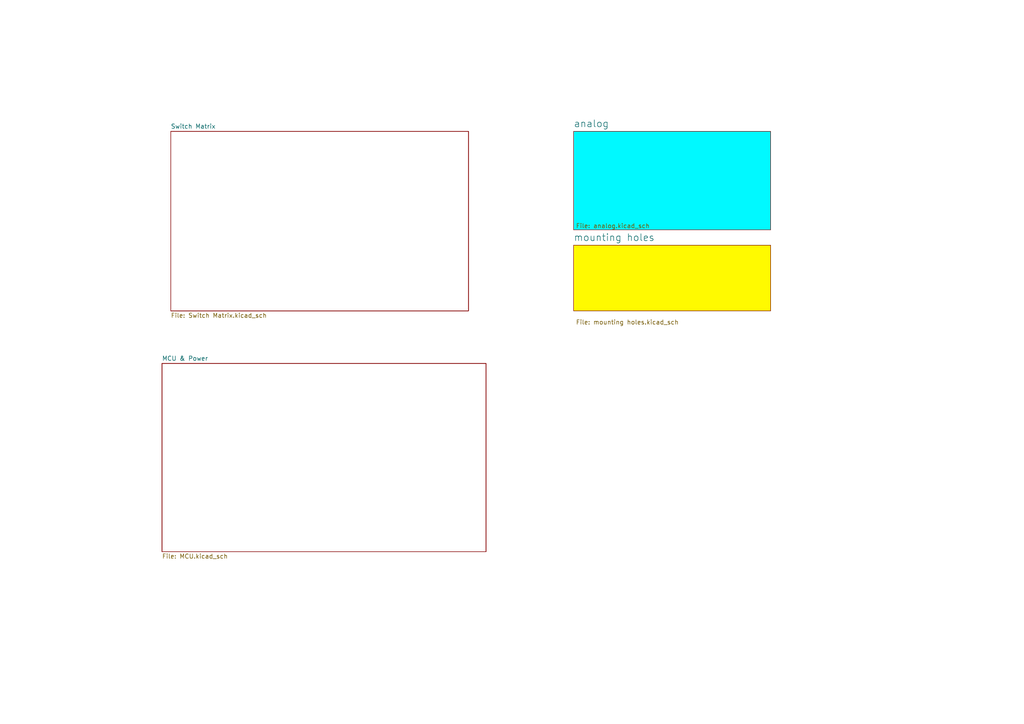
<source format=kicad_sch>
(kicad_sch
	(version 20231120)
	(generator "eeschema")
	(generator_version "8.0")
	(uuid "e63e39d7-6ac0-4ffd-8aa3-1841a4541b55")
	(paper "A4")
	(lib_symbols)
	(sheet
		(at 166.37 38.1)
		(size 57.15 28.575)
		(stroke
			(width 0.1524)
			(type solid)
		)
		(fill
			(color 0 249 255 1.0000)
		)
		(uuid "84a4f857-7d5e-4331-9db9-c82cfb956846")
		(property "Sheetname" "analog"
			(at 166.37 37.0234 0)
			(effects
				(font
					(size 2 2)
				)
				(justify left bottom)
			)
		)
		(property "Sheetfile" "analog.kicad_sch"
			(at 167.005 64.77 0)
			(effects
				(font
					(size 1.27 1.27)
				)
				(justify left top)
			)
		)
		(instances
			(project "ampersand"
				(path "/e827c860-43eb-4910-9ede-2f2080093daa"
					(page "4")
				)
			)
			(project "numbpad"
				(path "/e63e39d7-6ac0-4ffd-8aa3-1841a4541b55"
					(page "6")
				)
			)
		)
	)
	(sheet
		(at 49.53 38.1)
		(size 86.36 52.07)
		(fields_autoplaced yes)
		(stroke
			(width 0.1524)
			(type solid)
		)
		(fill
			(color 0 0 0 0.0000)
		)
		(uuid "9d000907-1470-4798-b9e7-26b248406d6f")
		(property "Sheetname" "Switch Matrix"
			(at 49.53 37.3884 0)
			(effects
				(font
					(size 1.27 1.27)
				)
				(justify left bottom)
			)
		)
		(property "Sheetfile" "Switch Matrix.kicad_sch"
			(at 49.53 90.7546 0)
			(effects
				(font
					(size 1.27 1.27)
				)
				(justify left top)
			)
		)
		(instances
			(project "numbpad"
				(path "/e63e39d7-6ac0-4ffd-8aa3-1841a4541b55"
					(page "2")
				)
			)
		)
	)
	(sheet
		(at 166.37 71.12)
		(size 57.15 19.05)
		(stroke
			(width 0.1524)
			(type solid)
		)
		(fill
			(color 255 250 0 1.0000)
		)
		(uuid "9d8971fc-f1ea-43f2-9d3c-fb18f0761dbb")
		(property "Sheetname" "mounting holes"
			(at 166.37 70.0434 0)
			(effects
				(font
					(size 2 2)
				)
				(justify left bottom)
			)
		)
		(property "Sheetfile" "mounting holes.kicad_sch"
			(at 167.005 92.71 0)
			(effects
				(font
					(size 1.27 1.27)
				)
				(justify left top)
			)
		)
		(instances
			(project "ampersand"
				(path "/e827c860-43eb-4910-9ede-2f2080093daa"
					(page "3")
				)
			)
			(project "numbpad"
				(path "/e63e39d7-6ac0-4ffd-8aa3-1841a4541b55"
					(page "4")
				)
			)
		)
	)
	(sheet
		(at 46.99 105.41)
		(size 93.98 54.61)
		(fields_autoplaced yes)
		(stroke
			(width 0.1524)
			(type solid)
		)
		(fill
			(color 0 0 0 0.0000)
		)
		(uuid "d0969589-facd-430d-a52b-74c4e073ccb0")
		(property "Sheetname" "MCU & Power"
			(at 46.99 104.6984 0)
			(effects
				(font
					(size 1.27 1.27)
				)
				(justify left bottom)
			)
		)
		(property "Sheetfile" "MCU.kicad_sch"
			(at 46.99 160.6046 0)
			(effects
				(font
					(size 1.27 1.27)
				)
				(justify left top)
			)
		)
		(property "Field2" ""
			(at 46.99 105.41 0)
			(effects
				(font
					(size 1.27 1.27)
				)
				(hide yes)
			)
		)
		(instances
			(project "numbpad"
				(path "/e63e39d7-6ac0-4ffd-8aa3-1841a4541b55"
					(page "3")
				)
			)
		)
	)
	(sheet_instances
		(path "/"
			(page "1")
		)
	)
)

</source>
